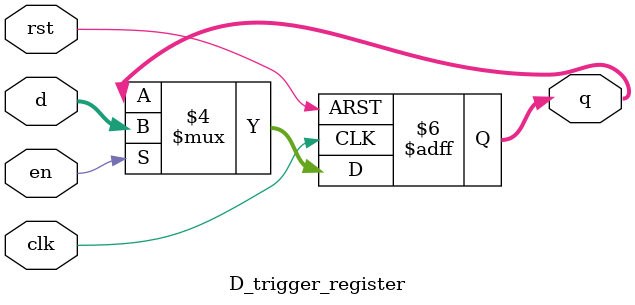
<source format=v>
module D_trigger_register(
input [7:0] d,
input clk,
input rst,
input en,
output reg [7:0] q);

	initial q = 7'b0;
	always @(posedge clk or posedge rst) begin
		if (rst) q = 7'b0;
		else begin
			if (en) q = d;
			else q = q;
		end
	end
	
endmodule
</source>
